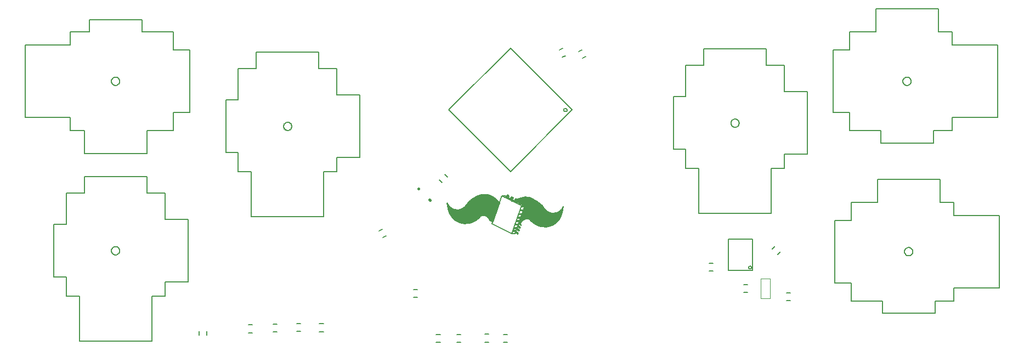
<source format=gto>
G75*
G70*
%OFA0B0*%
%FSLAX24Y24*%
%IPPOS*%
%LPD*%
%AMOC8*
5,1,8,0,0,1.08239X$1,22.5*
%
%ADD10C,0.0060*%
%ADD11C,0.0160*%
%ADD12C,0.0080*%
%ADD13C,0.0050*%
%ADD14C,0.0039*%
D10*
X016254Y008872D02*
X016254Y009108D01*
X016727Y009108D02*
X016727Y008872D01*
X019281Y009008D02*
X019517Y009008D01*
X019517Y009481D02*
X019281Y009481D01*
X020760Y009529D02*
X020996Y009529D01*
X020996Y009056D02*
X020760Y009056D01*
X022189Y009080D02*
X022425Y009080D01*
X022425Y009552D02*
X022189Y009552D01*
X023585Y009547D02*
X023821Y009547D01*
X023821Y009074D02*
X023585Y009074D01*
X029288Y011164D02*
X029524Y011164D01*
X029524Y011637D02*
X029288Y011637D01*
X030682Y008906D02*
X030919Y008906D01*
X031926Y008908D02*
X032162Y008908D01*
X032162Y008436D02*
X031926Y008436D01*
X030919Y008434D02*
X030682Y008434D01*
X033619Y008443D02*
X033855Y008443D01*
X033855Y008916D02*
X033619Y008916D01*
X034772Y008906D02*
X035009Y008906D01*
X035009Y008434D02*
X034772Y008434D01*
X027634Y014897D02*
X027429Y014779D01*
X027193Y015188D02*
X027398Y015306D01*
X030875Y018301D02*
X031042Y018134D01*
X031376Y018468D02*
X031209Y018635D01*
X039559Y025684D02*
X039764Y025802D01*
X039528Y026212D02*
X039323Y026094D01*
X038543Y025839D02*
X038321Y025758D01*
X038159Y026202D02*
X038381Y026282D01*
X051111Y014103D02*
X051278Y014270D01*
X051612Y013936D02*
X051445Y013769D01*
X049609Y011926D02*
X049372Y011926D01*
X049372Y011454D02*
X049609Y011454D01*
X051972Y011426D02*
X052209Y011426D01*
X052209Y010954D02*
X051972Y010954D01*
X047509Y012754D02*
X047272Y012754D01*
X047272Y013226D02*
X047509Y013226D01*
D11*
X030301Y017065D02*
X030284Y017082D01*
X029610Y017756D02*
X029593Y017773D01*
D12*
X008991Y011240D02*
X008991Y008490D01*
X013391Y008490D01*
X013391Y011240D01*
X014191Y011240D01*
X014191Y012090D01*
X015591Y012090D01*
X015591Y015890D01*
X014191Y015890D01*
X014191Y017490D01*
X013091Y017490D01*
X013091Y018490D01*
X009291Y018490D01*
X009291Y017490D01*
X008191Y017490D01*
X008191Y015590D01*
X007441Y015590D01*
X007441Y012390D01*
X008191Y012390D01*
X008191Y011240D01*
X008991Y011240D01*
X010941Y013990D02*
X010943Y014021D01*
X010949Y014052D01*
X010959Y014082D01*
X010972Y014110D01*
X010989Y014137D01*
X011009Y014161D01*
X011032Y014183D01*
X011057Y014201D01*
X011085Y014216D01*
X011114Y014228D01*
X011144Y014236D01*
X011175Y014240D01*
X011207Y014240D01*
X011238Y014236D01*
X011268Y014228D01*
X011297Y014216D01*
X011325Y014201D01*
X011350Y014183D01*
X011373Y014161D01*
X011393Y014137D01*
X011410Y014110D01*
X011423Y014082D01*
X011433Y014052D01*
X011439Y014021D01*
X011441Y013990D01*
X011439Y013959D01*
X011433Y013928D01*
X011423Y013898D01*
X011410Y013870D01*
X011393Y013843D01*
X011373Y013819D01*
X011350Y013797D01*
X011325Y013779D01*
X011297Y013764D01*
X011268Y013752D01*
X011238Y013744D01*
X011207Y013740D01*
X011175Y013740D01*
X011144Y013744D01*
X011114Y013752D01*
X011085Y013764D01*
X011057Y013779D01*
X011032Y013797D01*
X011009Y013819D01*
X010989Y013843D01*
X010972Y013870D01*
X010959Y013898D01*
X010949Y013928D01*
X010943Y013959D01*
X010941Y013990D01*
X019452Y016052D02*
X019452Y018802D01*
X018652Y018802D01*
X018652Y019952D01*
X017902Y019952D01*
X017902Y023152D01*
X018652Y023152D01*
X018652Y025052D01*
X019752Y025052D01*
X019752Y026052D01*
X023552Y026052D01*
X023552Y025052D01*
X024652Y025052D01*
X024652Y023452D01*
X026052Y023452D01*
X026052Y019652D01*
X024652Y019652D01*
X024652Y018802D01*
X023852Y018802D01*
X023852Y016052D01*
X019452Y016052D01*
X013091Y019890D02*
X009291Y019890D01*
X009291Y021290D01*
X008441Y021290D01*
X008441Y022090D01*
X005691Y022090D01*
X005691Y026490D01*
X008441Y026490D01*
X008441Y027290D01*
X009591Y027290D01*
X009591Y028040D01*
X012791Y028040D01*
X012791Y027290D01*
X014691Y027290D01*
X014691Y026190D01*
X015691Y026190D01*
X015691Y022390D01*
X014691Y022390D01*
X014691Y021290D01*
X013091Y021290D01*
X013091Y019890D01*
X010941Y024290D02*
X010943Y024321D01*
X010949Y024352D01*
X010959Y024382D01*
X010972Y024410D01*
X010989Y024437D01*
X011009Y024461D01*
X011032Y024483D01*
X011057Y024501D01*
X011085Y024516D01*
X011114Y024528D01*
X011144Y024536D01*
X011175Y024540D01*
X011207Y024540D01*
X011238Y024536D01*
X011268Y024528D01*
X011297Y024516D01*
X011325Y024501D01*
X011350Y024483D01*
X011373Y024461D01*
X011393Y024437D01*
X011410Y024410D01*
X011423Y024382D01*
X011433Y024352D01*
X011439Y024321D01*
X011441Y024290D01*
X011439Y024259D01*
X011433Y024228D01*
X011423Y024198D01*
X011410Y024170D01*
X011393Y024143D01*
X011373Y024119D01*
X011350Y024097D01*
X011325Y024079D01*
X011297Y024064D01*
X011268Y024052D01*
X011238Y024044D01*
X011207Y024040D01*
X011175Y024040D01*
X011144Y024044D01*
X011114Y024052D01*
X011085Y024064D01*
X011057Y024079D01*
X011032Y024097D01*
X011009Y024119D01*
X010989Y024143D01*
X010972Y024170D01*
X010959Y024198D01*
X010949Y024228D01*
X010943Y024259D01*
X010941Y024290D01*
X021402Y021552D02*
X021404Y021583D01*
X021410Y021614D01*
X021420Y021644D01*
X021433Y021672D01*
X021450Y021699D01*
X021470Y021723D01*
X021493Y021745D01*
X021518Y021763D01*
X021546Y021778D01*
X021575Y021790D01*
X021605Y021798D01*
X021636Y021802D01*
X021668Y021802D01*
X021699Y021798D01*
X021729Y021790D01*
X021758Y021778D01*
X021786Y021763D01*
X021811Y021745D01*
X021834Y021723D01*
X021854Y021699D01*
X021871Y021672D01*
X021884Y021644D01*
X021894Y021614D01*
X021900Y021583D01*
X021902Y021552D01*
X021900Y021521D01*
X021894Y021490D01*
X021884Y021460D01*
X021871Y021432D01*
X021854Y021405D01*
X021834Y021381D01*
X021811Y021359D01*
X021786Y021341D01*
X021758Y021326D01*
X021729Y021314D01*
X021699Y021306D01*
X021668Y021302D01*
X021636Y021302D01*
X021605Y021306D01*
X021575Y021314D01*
X021546Y021326D01*
X021518Y021341D01*
X021493Y021359D01*
X021470Y021381D01*
X021450Y021405D01*
X021433Y021432D01*
X021420Y021460D01*
X021410Y021490D01*
X021404Y021521D01*
X021402Y021552D01*
X045089Y020149D02*
X045839Y020149D01*
X045839Y018999D01*
X046639Y018999D01*
X046639Y016249D01*
X051039Y016249D01*
X051039Y018999D01*
X051839Y018999D01*
X051839Y019849D01*
X053239Y019849D01*
X053239Y023649D01*
X051839Y023649D01*
X051839Y025249D01*
X050739Y025249D01*
X050739Y026249D01*
X046939Y026249D01*
X046939Y025249D01*
X045839Y025249D01*
X045839Y023349D01*
X045089Y023349D01*
X045089Y020149D01*
X048589Y021749D02*
X048591Y021780D01*
X048597Y021811D01*
X048607Y021841D01*
X048620Y021869D01*
X048637Y021896D01*
X048657Y021920D01*
X048680Y021942D01*
X048705Y021960D01*
X048733Y021975D01*
X048762Y021987D01*
X048792Y021995D01*
X048823Y021999D01*
X048855Y021999D01*
X048886Y021995D01*
X048916Y021987D01*
X048945Y021975D01*
X048973Y021960D01*
X048998Y021942D01*
X049021Y021920D01*
X049041Y021896D01*
X049058Y021869D01*
X049071Y021841D01*
X049081Y021811D01*
X049087Y021780D01*
X049089Y021749D01*
X049087Y021718D01*
X049081Y021687D01*
X049071Y021657D01*
X049058Y021629D01*
X049041Y021602D01*
X049021Y021578D01*
X048998Y021556D01*
X048973Y021538D01*
X048945Y021523D01*
X048916Y021511D01*
X048886Y021503D01*
X048855Y021499D01*
X048823Y021499D01*
X048792Y021503D01*
X048762Y021511D01*
X048733Y021523D01*
X048705Y021538D01*
X048680Y021556D01*
X048657Y021578D01*
X048637Y021602D01*
X048620Y021629D01*
X048607Y021657D01*
X048597Y021687D01*
X048591Y021718D01*
X048589Y021749D01*
X054791Y022390D02*
X055791Y022390D01*
X055791Y021290D01*
X057691Y021290D01*
X057691Y020540D01*
X060891Y020540D01*
X060891Y021290D01*
X062041Y021290D01*
X062041Y022090D01*
X064791Y022090D01*
X064791Y026490D01*
X062041Y026490D01*
X062041Y027290D01*
X061191Y027290D01*
X061191Y028690D01*
X057391Y028690D01*
X057391Y027290D01*
X055791Y027290D01*
X055791Y026190D01*
X054791Y026190D01*
X054791Y022390D01*
X059041Y024290D02*
X059043Y024321D01*
X059049Y024352D01*
X059059Y024382D01*
X059072Y024410D01*
X059089Y024437D01*
X059109Y024461D01*
X059132Y024483D01*
X059157Y024501D01*
X059185Y024516D01*
X059214Y024528D01*
X059244Y024536D01*
X059275Y024540D01*
X059307Y024540D01*
X059338Y024536D01*
X059368Y024528D01*
X059397Y024516D01*
X059425Y024501D01*
X059450Y024483D01*
X059473Y024461D01*
X059493Y024437D01*
X059510Y024410D01*
X059523Y024382D01*
X059533Y024352D01*
X059539Y024321D01*
X059541Y024290D01*
X059539Y024259D01*
X059533Y024228D01*
X059523Y024198D01*
X059510Y024170D01*
X059493Y024143D01*
X059473Y024119D01*
X059450Y024097D01*
X059425Y024079D01*
X059397Y024064D01*
X059368Y024052D01*
X059338Y024044D01*
X059307Y024040D01*
X059275Y024040D01*
X059244Y024044D01*
X059214Y024052D01*
X059185Y024064D01*
X059157Y024079D01*
X059132Y024097D01*
X059109Y024119D01*
X059089Y024143D01*
X059072Y024170D01*
X059059Y024198D01*
X059049Y024228D01*
X059043Y024259D01*
X059041Y024290D01*
X057491Y018336D02*
X061291Y018336D01*
X061291Y016936D01*
X062141Y016936D01*
X062141Y016136D01*
X064891Y016136D01*
X064891Y011736D01*
X062141Y011736D01*
X062141Y010936D01*
X060991Y010936D01*
X060991Y010186D01*
X057791Y010186D01*
X057791Y010936D01*
X055891Y010936D01*
X055891Y012036D01*
X054891Y012036D01*
X054891Y015836D01*
X055891Y015836D01*
X055891Y016936D01*
X057491Y016936D01*
X057491Y018336D01*
X059141Y013936D02*
X059143Y013967D01*
X059149Y013998D01*
X059159Y014028D01*
X059172Y014056D01*
X059189Y014083D01*
X059209Y014107D01*
X059232Y014129D01*
X059257Y014147D01*
X059285Y014162D01*
X059314Y014174D01*
X059344Y014182D01*
X059375Y014186D01*
X059407Y014186D01*
X059438Y014182D01*
X059468Y014174D01*
X059497Y014162D01*
X059525Y014147D01*
X059550Y014129D01*
X059573Y014107D01*
X059593Y014083D01*
X059610Y014056D01*
X059623Y014028D01*
X059633Y013998D01*
X059639Y013967D01*
X059641Y013936D01*
X059639Y013905D01*
X059633Y013874D01*
X059623Y013844D01*
X059610Y013816D01*
X059593Y013789D01*
X059573Y013765D01*
X059550Y013743D01*
X059525Y013725D01*
X059497Y013710D01*
X059468Y013698D01*
X059438Y013690D01*
X059407Y013686D01*
X059375Y013686D01*
X059344Y013690D01*
X059314Y013698D01*
X059285Y013710D01*
X059257Y013725D01*
X059232Y013743D01*
X059209Y013765D01*
X059189Y013789D01*
X059172Y013816D01*
X059159Y013844D01*
X059149Y013874D01*
X059143Y013905D01*
X059141Y013936D01*
D13*
X049915Y014701D02*
X049915Y012811D01*
X048419Y012811D01*
X048419Y014701D01*
X049915Y014701D01*
X049669Y012969D02*
X049671Y012987D01*
X049677Y013005D01*
X049686Y013021D01*
X049698Y013034D01*
X049713Y013045D01*
X049730Y013053D01*
X049748Y013057D01*
X049766Y013057D01*
X049784Y013053D01*
X049801Y013045D01*
X049816Y013034D01*
X049828Y013021D01*
X049837Y013005D01*
X049843Y012987D01*
X049845Y012969D01*
X049843Y012951D01*
X049837Y012933D01*
X049828Y012917D01*
X049816Y012904D01*
X049801Y012893D01*
X049784Y012885D01*
X049766Y012881D01*
X049748Y012881D01*
X049730Y012885D01*
X049713Y012893D01*
X049698Y012904D01*
X049686Y012917D01*
X049677Y012933D01*
X049671Y012951D01*
X049669Y012969D01*
X038302Y016188D02*
X038239Y016038D01*
X038154Y015899D01*
X038050Y015774D01*
X037928Y015666D01*
X037792Y015577D01*
X037644Y015510D01*
X037487Y015465D01*
X037326Y015444D01*
X037163Y015447D01*
X037003Y015474D01*
X036848Y015525D01*
X036703Y015599D01*
X036570Y015693D01*
X036452Y015805D01*
X036399Y015854D01*
X036336Y015892D01*
X036268Y015917D01*
X036196Y015928D01*
X036123Y015924D01*
X036053Y015906D01*
X035987Y015875D01*
X035928Y015832D01*
X035880Y015778D01*
X035842Y015715D01*
X035822Y015694D01*
X035798Y015678D01*
X035771Y015667D01*
X035742Y015663D01*
X035712Y015665D01*
X036122Y016695D01*
X035492Y017005D01*
X035596Y017090D01*
X035711Y017158D01*
X035834Y017208D01*
X035964Y017240D01*
X036097Y017252D01*
X036230Y017244D01*
X036361Y017217D01*
X036486Y017170D01*
X036602Y017105D01*
X036792Y017002D01*
X036965Y016875D01*
X037120Y016725D01*
X037252Y016555D01*
X037321Y016470D01*
X037403Y016398D01*
X037496Y016341D01*
X037597Y016299D01*
X037703Y016275D01*
X037812Y016269D01*
X037921Y016281D01*
X038026Y016312D01*
X038124Y016359D01*
X038213Y016422D01*
X038291Y016499D01*
X038354Y016587D01*
X038402Y016685D01*
X038342Y016345D01*
X038302Y016188D01*
X038301Y016185D02*
X035919Y016185D01*
X035900Y016137D02*
X038281Y016137D01*
X038260Y016088D02*
X035881Y016088D01*
X035861Y016040D02*
X038240Y016040D01*
X038211Y015991D02*
X035842Y015991D01*
X035802Y015975D02*
X035622Y015975D01*
X035642Y016025D02*
X035802Y016025D01*
X035823Y015942D02*
X038181Y015942D01*
X038151Y015894D02*
X036331Y015894D01*
X036409Y015845D02*
X038110Y015845D01*
X038069Y015797D02*
X036461Y015797D01*
X036512Y015748D02*
X038021Y015748D01*
X037967Y015700D02*
X036562Y015700D01*
X036628Y015651D02*
X037906Y015651D01*
X037831Y015603D02*
X036697Y015603D01*
X036791Y015554D02*
X037742Y015554D01*
X037630Y015506D02*
X036908Y015506D01*
X037105Y015457D02*
X037427Y015457D01*
X038314Y016234D02*
X035939Y016234D01*
X035958Y016282D02*
X037672Y016282D01*
X037520Y016331D02*
X035977Y016331D01*
X035997Y016379D02*
X037433Y016379D01*
X037369Y016428D02*
X036016Y016428D01*
X036035Y016476D02*
X037316Y016476D01*
X037277Y016525D02*
X036055Y016525D01*
X036074Y016574D02*
X037238Y016574D01*
X037200Y016622D02*
X036093Y016622D01*
X036113Y016671D02*
X037162Y016671D01*
X037124Y016719D02*
X036074Y016719D01*
X036072Y016715D02*
X034952Y017275D01*
X034962Y017275D01*
X035062Y017225D01*
X035112Y017335D01*
X035002Y017395D01*
X034952Y017275D01*
X034872Y017315D01*
X034672Y017315D01*
X034072Y015615D01*
X035272Y015015D01*
X035472Y015015D01*
X036072Y016715D01*
X035872Y016715D01*
X035472Y016915D01*
X035622Y016915D01*
X035679Y016913D02*
X036913Y016913D01*
X036975Y016865D02*
X035778Y016865D01*
X035832Y016825D02*
X035672Y016825D01*
X035581Y016962D02*
X036847Y016962D01*
X036777Y017010D02*
X035499Y017010D01*
X035502Y017010D02*
X035564Y017010D01*
X035552Y016985D02*
X035602Y017095D01*
X035492Y017155D01*
X035442Y017035D01*
X035452Y017035D01*
X035552Y016985D01*
X035558Y017059D02*
X036688Y017059D01*
X036598Y017107D02*
X035625Y017107D01*
X035580Y017107D02*
X035473Y017107D01*
X035452Y017059D02*
X035586Y017059D01*
X035462Y017005D02*
X035282Y017005D01*
X035312Y017105D02*
X035362Y017215D01*
X035252Y017275D01*
X035202Y017155D01*
X035212Y017155D01*
X035312Y017105D01*
X035313Y017107D02*
X035308Y017107D01*
X035335Y017156D02*
X035203Y017156D01*
X035242Y017125D02*
X035072Y017125D01*
X035022Y017235D02*
X034822Y017235D01*
X034963Y017302D02*
X035097Y017302D01*
X035085Y017350D02*
X034984Y017350D01*
X035007Y017253D02*
X035075Y017253D01*
X035223Y017205D02*
X035358Y017205D01*
X035293Y017253D02*
X035243Y017253D01*
X035472Y016915D02*
X034672Y017315D01*
X034386Y017059D02*
X032764Y017059D01*
X032780Y017075D02*
X032625Y016925D01*
X032492Y016755D01*
X032424Y016670D01*
X032342Y016598D01*
X032249Y016541D01*
X032148Y016499D01*
X032042Y016475D01*
X031933Y016469D01*
X031824Y016481D01*
X031719Y016512D01*
X031621Y016559D01*
X031532Y016622D01*
X031454Y016699D01*
X031390Y016787D01*
X031342Y016885D01*
X031402Y016545D01*
X031443Y016388D01*
X031506Y016238D01*
X031590Y016099D01*
X031695Y015974D01*
X031817Y015866D01*
X031953Y015777D01*
X032101Y015710D01*
X032258Y015665D01*
X032419Y015644D01*
X032582Y015647D01*
X032742Y015674D01*
X032897Y015725D01*
X033042Y015799D01*
X033175Y015893D01*
X033292Y016005D01*
X033346Y016054D01*
X033408Y016092D01*
X033477Y016117D01*
X033549Y016128D01*
X033622Y016124D01*
X033692Y016106D01*
X033758Y016075D01*
X033816Y016032D01*
X033865Y015978D01*
X033902Y015915D01*
X033927Y015874D01*
X033958Y015837D01*
X033996Y015808D01*
X034039Y015785D01*
X034085Y015771D01*
X034132Y015765D01*
X034522Y016895D01*
X034452Y016985D01*
X034344Y017105D01*
X034219Y017207D01*
X034080Y017290D01*
X033931Y017351D01*
X033774Y017390D01*
X033613Y017404D01*
X033452Y017395D01*
X033294Y017362D01*
X033142Y017305D01*
X032953Y017202D01*
X032780Y017075D01*
X032824Y017107D02*
X034341Y017107D01*
X034282Y017156D02*
X032890Y017156D01*
X032957Y017205D02*
X034223Y017205D01*
X034142Y017253D02*
X033047Y017253D01*
X033136Y017302D02*
X034052Y017302D01*
X033934Y017350D02*
X033263Y017350D01*
X033519Y017399D02*
X033673Y017399D01*
X034430Y017010D02*
X032714Y017010D01*
X032664Y016962D02*
X034471Y016962D01*
X034462Y016975D02*
X034532Y016895D01*
X034508Y016913D02*
X032616Y016913D01*
X032578Y016865D02*
X034512Y016865D01*
X034495Y016816D02*
X032540Y016816D01*
X032502Y016768D02*
X034478Y016768D01*
X034462Y016719D02*
X032463Y016719D01*
X032424Y016671D02*
X034445Y016671D01*
X034428Y016622D02*
X032369Y016622D01*
X032302Y016574D02*
X034411Y016574D01*
X034395Y016525D02*
X032211Y016525D01*
X032047Y016476D02*
X034378Y016476D01*
X034361Y016428D02*
X031432Y016428D01*
X031420Y016476D02*
X031869Y016476D01*
X031691Y016525D02*
X031408Y016525D01*
X031397Y016574D02*
X031600Y016574D01*
X031531Y016622D02*
X031389Y016622D01*
X031380Y016671D02*
X031482Y016671D01*
X031439Y016719D02*
X031372Y016719D01*
X031363Y016768D02*
X031405Y016768D01*
X031376Y016816D02*
X031355Y016816D01*
X031346Y016865D02*
X031353Y016865D01*
X031446Y016379D02*
X034344Y016379D01*
X034328Y016331D02*
X031466Y016331D01*
X031487Y016282D02*
X034311Y016282D01*
X034294Y016234D02*
X031508Y016234D01*
X031538Y016185D02*
X034277Y016185D01*
X034261Y016137D02*
X031567Y016137D01*
X031599Y016088D02*
X033402Y016088D01*
X033330Y016040D02*
X031640Y016040D01*
X031680Y015991D02*
X033278Y015991D01*
X033227Y015942D02*
X031730Y015942D01*
X031785Y015894D02*
X033176Y015894D01*
X033108Y015845D02*
X031848Y015845D01*
X031923Y015797D02*
X033039Y015797D01*
X032942Y015748D02*
X032016Y015748D01*
X032135Y015700D02*
X032819Y015700D01*
X032606Y015651D02*
X032363Y015651D01*
X033731Y016088D02*
X034244Y016088D01*
X034227Y016040D02*
X033806Y016040D01*
X033853Y015991D02*
X034210Y015991D01*
X034194Y015942D02*
X033886Y015942D01*
X033915Y015894D02*
X034177Y015894D01*
X034160Y015845D02*
X033951Y015845D01*
X034016Y015797D02*
X034143Y015797D01*
X035402Y015395D02*
X035602Y015395D01*
X035592Y015355D02*
X035732Y015255D01*
X035712Y015185D01*
X035572Y015275D01*
X035592Y015355D01*
X035562Y015345D02*
X035402Y015345D01*
X035342Y015215D02*
X035542Y015215D01*
X035522Y015175D02*
X035662Y015075D01*
X035642Y015005D01*
X035502Y015095D01*
X035522Y015175D01*
X035520Y015166D02*
X035536Y015166D01*
X035512Y015165D02*
X035332Y015165D01*
X035272Y015015D02*
X035872Y016715D01*
X035862Y016655D02*
X036032Y016655D01*
X035975Y016768D02*
X037075Y016768D01*
X037025Y016816D02*
X035877Y016816D01*
X035802Y016465D02*
X035962Y016465D01*
X035942Y016415D02*
X035772Y016415D01*
X035722Y016235D02*
X035882Y016235D01*
X035862Y016185D02*
X035702Y016185D01*
X035803Y015894D02*
X036026Y015894D01*
X035947Y015845D02*
X035784Y015845D01*
X035752Y015815D02*
X035572Y015815D01*
X035542Y015765D02*
X035722Y015765D01*
X035745Y015748D02*
X035862Y015748D01*
X035828Y015700D02*
X035726Y015700D01*
X035720Y015700D02*
X035711Y015700D01*
X035712Y015705D02*
X035852Y015605D01*
X035832Y015535D01*
X035692Y015625D01*
X035712Y015705D01*
X035699Y015651D02*
X035788Y015651D01*
X035728Y015603D02*
X035852Y015603D01*
X035838Y015554D02*
X035803Y015554D01*
X035762Y015457D02*
X035633Y015457D01*
X035632Y015455D02*
X035772Y015365D01*
X035792Y015435D01*
X035652Y015535D01*
X035632Y015455D01*
X035645Y015506D02*
X035694Y015506D01*
X035662Y015565D02*
X035462Y015565D01*
X035492Y015605D02*
X035672Y015605D01*
X035705Y015408D02*
X035785Y015408D01*
X035722Y015263D02*
X035592Y015263D01*
X035581Y015311D02*
X035654Y015311D01*
X035667Y015214D02*
X035721Y015214D01*
X035604Y015117D02*
X035508Y015117D01*
X035544Y015069D02*
X035661Y015069D01*
X035647Y015020D02*
X035619Y015020D01*
X035765Y015797D02*
X035897Y015797D01*
X037923Y016282D02*
X038326Y016282D01*
X038339Y016331D02*
X038066Y016331D01*
X038153Y016379D02*
X038348Y016379D01*
X038357Y016428D02*
X038219Y016428D01*
X038268Y016476D02*
X038366Y016476D01*
X038374Y016525D02*
X038310Y016525D01*
X038345Y016574D02*
X038383Y016574D01*
X038391Y016622D02*
X038371Y016622D01*
X038395Y016671D02*
X038400Y016671D01*
X036511Y017156D02*
X035707Y017156D01*
X035825Y017205D02*
X036393Y017205D01*
X035191Y018788D02*
X031433Y022547D01*
X035191Y026305D01*
X038949Y022547D01*
X035191Y018788D01*
X038434Y022547D02*
X038436Y022566D01*
X038441Y022585D01*
X038451Y022601D01*
X038463Y022616D01*
X038478Y022628D01*
X038494Y022638D01*
X038513Y022643D01*
X038532Y022645D01*
X038551Y022643D01*
X038570Y022638D01*
X038586Y022628D01*
X038601Y022616D01*
X038613Y022601D01*
X038623Y022585D01*
X038628Y022566D01*
X038630Y022547D01*
X038628Y022528D01*
X038623Y022509D01*
X038613Y022493D01*
X038601Y022478D01*
X038586Y022466D01*
X038570Y022456D01*
X038551Y022451D01*
X038532Y022449D01*
X038513Y022451D01*
X038494Y022456D01*
X038478Y022466D01*
X038463Y022478D01*
X038451Y022493D01*
X038441Y022509D01*
X038436Y022528D01*
X038434Y022547D01*
D14*
X050415Y012281D02*
X050415Y011100D01*
X050966Y011100D01*
X050966Y012281D01*
X050415Y012281D01*
M02*

</source>
